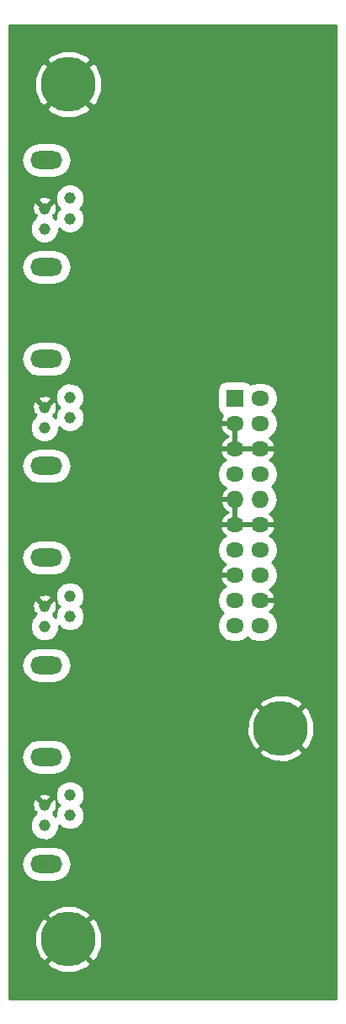
<source format=gtl>
G04 #@! TF.FileFunction,Copper,L1,Top,Signal*
%FSLAX46Y46*%
G04 Gerber Fmt 4.6, Leading zero omitted, Abs format (unit mm)*
G04 Created by KiCad (PCBNEW 4.0.4+e1-6308~48~ubuntu15.10.1-stable) date Tue Jun 20 15:04:26 2017*
%MOMM*%
%LPD*%
G01*
G04 APERTURE LIST*
%ADD10C,0.150000*%
%ADD11R,1.727200X1.727200*%
%ADD12O,1.800000X1.500000*%
%ADD13O,1.727200X1.727200*%
%ADD14C,5.500000*%
%ADD15C,1.160000*%
%ADD16O,3.200000X1.800000*%
%ADD17C,0.254000*%
G04 APERTURE END LIST*
D10*
D11*
X86671200Y-84290000D03*
D12*
X89211200Y-84290000D03*
X86671200Y-86830000D03*
X89211200Y-86830000D03*
X86671200Y-89370000D03*
X89211200Y-89370000D03*
X86671200Y-91910000D03*
X89211200Y-91910000D03*
D13*
X86671200Y-94450000D03*
X89211200Y-94450000D03*
D12*
X86671200Y-96990000D03*
X89211200Y-96990000D03*
X86671200Y-99530000D03*
X89211200Y-99530000D03*
X86671200Y-102070000D03*
X89211200Y-102070000D03*
X86671200Y-104610000D03*
X89211200Y-104610000D03*
X86671200Y-107150000D03*
X89211200Y-107150000D03*
D14*
X91287600Y-117449600D03*
X69941200Y-138694400D03*
D15*
X70081200Y-126230000D03*
X70081200Y-124190000D03*
X67531200Y-125210000D03*
X67531200Y-127250000D03*
D16*
X67731200Y-131100000D03*
X67731200Y-120340000D03*
D15*
X70081200Y-106230000D03*
X70081200Y-104190000D03*
X67531200Y-105210000D03*
X67531200Y-107250000D03*
D16*
X67731200Y-111100000D03*
X67731200Y-100340000D03*
D15*
X70081200Y-86230000D03*
X70081200Y-84190000D03*
X67531200Y-85210000D03*
X67531200Y-87250000D03*
D16*
X67731200Y-91100000D03*
X67731200Y-80340000D03*
D15*
X70081200Y-66230000D03*
X70081200Y-64190000D03*
X67531200Y-65210000D03*
X67531200Y-67250000D03*
D16*
X67731200Y-71100000D03*
X67731200Y-60340000D03*
D14*
X69941200Y-52720000D03*
D17*
G36*
X96873700Y-144626900D02*
X64008700Y-144626900D01*
X64008700Y-141110666D01*
X67704539Y-141110666D01*
X68016687Y-141559332D01*
X69259543Y-142077731D01*
X70606176Y-142081048D01*
X71851571Y-141568780D01*
X71865713Y-141559332D01*
X72177861Y-141110666D01*
X69941200Y-138874005D01*
X67704539Y-141110666D01*
X64008700Y-141110666D01*
X64008700Y-139359376D01*
X66554552Y-139359376D01*
X67066820Y-140604771D01*
X67076268Y-140618913D01*
X67524934Y-140931061D01*
X69761595Y-138694400D01*
X70120805Y-138694400D01*
X72357466Y-140931061D01*
X72806132Y-140618913D01*
X73324531Y-139376057D01*
X73327848Y-138029424D01*
X72815580Y-136784029D01*
X72806132Y-136769887D01*
X72357466Y-136457739D01*
X70120805Y-138694400D01*
X69761595Y-138694400D01*
X67524934Y-136457739D01*
X67076268Y-136769887D01*
X66557869Y-138012743D01*
X66554552Y-139359376D01*
X64008700Y-139359376D01*
X64008700Y-136278134D01*
X67704539Y-136278134D01*
X69941200Y-138514795D01*
X72177861Y-136278134D01*
X71865713Y-135829468D01*
X70622857Y-135311069D01*
X69276224Y-135307752D01*
X68030829Y-135820020D01*
X68016687Y-135829468D01*
X67704539Y-136278134D01*
X64008700Y-136278134D01*
X64008700Y-131100000D01*
X65205673Y-131100000D01*
X65340939Y-131780028D01*
X65726144Y-132356529D01*
X66302645Y-132741734D01*
X66982673Y-132877000D01*
X68479727Y-132877000D01*
X69159755Y-132741734D01*
X69736256Y-132356529D01*
X70121461Y-131780028D01*
X70256727Y-131100000D01*
X70121461Y-130419972D01*
X69736256Y-129843471D01*
X69159755Y-129458266D01*
X68479727Y-129323000D01*
X66982673Y-129323000D01*
X66302645Y-129458266D01*
X65726144Y-129843471D01*
X65340939Y-130419972D01*
X65205673Y-131100000D01*
X64008700Y-131100000D01*
X64008700Y-127538544D01*
X66073948Y-127538544D01*
X66295296Y-128074246D01*
X66704798Y-128484464D01*
X67240113Y-128706746D01*
X67819744Y-128707252D01*
X68355446Y-128485904D01*
X68765664Y-128076402D01*
X68987946Y-127541087D01*
X68988246Y-127197446D01*
X69254798Y-127464464D01*
X69790113Y-127686746D01*
X70369744Y-127687252D01*
X70905446Y-127465904D01*
X71315664Y-127056402D01*
X71537946Y-126521087D01*
X71538452Y-125941456D01*
X71317104Y-125405754D01*
X71121710Y-125210018D01*
X71315664Y-125016402D01*
X71537946Y-124481087D01*
X71538452Y-123901456D01*
X71317104Y-123365754D01*
X70907602Y-122955536D01*
X70372287Y-122733254D01*
X69792656Y-122732748D01*
X69256954Y-122954096D01*
X68846736Y-123363598D01*
X68624454Y-123898913D01*
X68623948Y-124478544D01*
X68845296Y-125014246D01*
X69040690Y-125209982D01*
X68846736Y-125403598D01*
X68624454Y-125938913D01*
X68624154Y-126282554D01*
X68415789Y-126073825D01*
X68495211Y-125994403D01*
X68379419Y-125878611D01*
X68602781Y-125831568D01*
X68759075Y-125374177D01*
X68728437Y-124891793D01*
X68602781Y-124588432D01*
X68379417Y-124541388D01*
X67710805Y-125210000D01*
X67724948Y-125224143D01*
X67545343Y-125403748D01*
X67531200Y-125389605D01*
X67517058Y-125403748D01*
X67337453Y-125224143D01*
X67351595Y-125210000D01*
X66682983Y-124541388D01*
X66459619Y-124588432D01*
X66303325Y-125045823D01*
X66333963Y-125528207D01*
X66459619Y-125831568D01*
X66682981Y-125878611D01*
X66567189Y-125994403D01*
X66646866Y-126074080D01*
X66296736Y-126423598D01*
X66074454Y-126958913D01*
X66073948Y-127538544D01*
X64008700Y-127538544D01*
X64008700Y-124361783D01*
X66862588Y-124361783D01*
X67531200Y-125030395D01*
X68199812Y-124361783D01*
X68152768Y-124138419D01*
X67695377Y-123982125D01*
X67212993Y-124012763D01*
X66909632Y-124138419D01*
X66862588Y-124361783D01*
X64008700Y-124361783D01*
X64008700Y-120340000D01*
X65205673Y-120340000D01*
X65340939Y-121020028D01*
X65726144Y-121596529D01*
X66302645Y-121981734D01*
X66982673Y-122117000D01*
X68479727Y-122117000D01*
X69159755Y-121981734D01*
X69736256Y-121596529D01*
X70121461Y-121020028D01*
X70256727Y-120340000D01*
X70162416Y-119865866D01*
X89050939Y-119865866D01*
X89363087Y-120314532D01*
X90605943Y-120832931D01*
X91952576Y-120836248D01*
X93197971Y-120323980D01*
X93212113Y-120314532D01*
X93524261Y-119865866D01*
X91287600Y-117629205D01*
X89050939Y-119865866D01*
X70162416Y-119865866D01*
X70121461Y-119659972D01*
X69736256Y-119083471D01*
X69159755Y-118698266D01*
X68479727Y-118563000D01*
X66982673Y-118563000D01*
X66302645Y-118698266D01*
X65726144Y-119083471D01*
X65340939Y-119659972D01*
X65205673Y-120340000D01*
X64008700Y-120340000D01*
X64008700Y-118114576D01*
X87900952Y-118114576D01*
X88413220Y-119359971D01*
X88422668Y-119374113D01*
X88871334Y-119686261D01*
X91107995Y-117449600D01*
X91467205Y-117449600D01*
X93703866Y-119686261D01*
X94152532Y-119374113D01*
X94670931Y-118131257D01*
X94674248Y-116784624D01*
X94161980Y-115539229D01*
X94152532Y-115525087D01*
X93703866Y-115212939D01*
X91467205Y-117449600D01*
X91107995Y-117449600D01*
X88871334Y-115212939D01*
X88422668Y-115525087D01*
X87904269Y-116767943D01*
X87900952Y-118114576D01*
X64008700Y-118114576D01*
X64008700Y-115033334D01*
X89050939Y-115033334D01*
X91287600Y-117269995D01*
X93524261Y-115033334D01*
X93212113Y-114584668D01*
X91969257Y-114066269D01*
X90622624Y-114062952D01*
X89377229Y-114575220D01*
X89363087Y-114584668D01*
X89050939Y-115033334D01*
X64008700Y-115033334D01*
X64008700Y-111100000D01*
X65205673Y-111100000D01*
X65340939Y-111780028D01*
X65726144Y-112356529D01*
X66302645Y-112741734D01*
X66982673Y-112877000D01*
X68479727Y-112877000D01*
X69159755Y-112741734D01*
X69736256Y-112356529D01*
X70121461Y-111780028D01*
X70256727Y-111100000D01*
X70121461Y-110419972D01*
X69736256Y-109843471D01*
X69159755Y-109458266D01*
X68479727Y-109323000D01*
X66982673Y-109323000D01*
X66302645Y-109458266D01*
X65726144Y-109843471D01*
X65340939Y-110419972D01*
X65205673Y-111100000D01*
X64008700Y-111100000D01*
X64008700Y-107538544D01*
X66073948Y-107538544D01*
X66295296Y-108074246D01*
X66704798Y-108484464D01*
X67240113Y-108706746D01*
X67819744Y-108707252D01*
X68355446Y-108485904D01*
X68765664Y-108076402D01*
X68987946Y-107541087D01*
X68988246Y-107197446D01*
X69254798Y-107464464D01*
X69790113Y-107686746D01*
X70369744Y-107687252D01*
X70905446Y-107465904D01*
X71315664Y-107056402D01*
X71537946Y-106521087D01*
X71538452Y-105941456D01*
X71317104Y-105405754D01*
X71121710Y-105210018D01*
X71315664Y-105016402D01*
X71537946Y-104481087D01*
X71538452Y-103901456D01*
X71317104Y-103365754D01*
X70907602Y-102955536D01*
X70372287Y-102733254D01*
X69792656Y-102732748D01*
X69256954Y-102954096D01*
X68846736Y-103363598D01*
X68624454Y-103898913D01*
X68623948Y-104478544D01*
X68845296Y-105014246D01*
X69040690Y-105209982D01*
X68846736Y-105403598D01*
X68624454Y-105938913D01*
X68624154Y-106282554D01*
X68415789Y-106073825D01*
X68495211Y-105994403D01*
X68379419Y-105878611D01*
X68602781Y-105831568D01*
X68759075Y-105374177D01*
X68728437Y-104891793D01*
X68602781Y-104588432D01*
X68379417Y-104541388D01*
X67710805Y-105210000D01*
X67724948Y-105224143D01*
X67545343Y-105403748D01*
X67531200Y-105389605D01*
X67517058Y-105403748D01*
X67337453Y-105224143D01*
X67351595Y-105210000D01*
X66682983Y-104541388D01*
X66459619Y-104588432D01*
X66303325Y-105045823D01*
X66333963Y-105528207D01*
X66459619Y-105831568D01*
X66682981Y-105878611D01*
X66567189Y-105994403D01*
X66646866Y-106074080D01*
X66296736Y-106423598D01*
X66074454Y-106958913D01*
X66073948Y-107538544D01*
X64008700Y-107538544D01*
X64008700Y-104361783D01*
X66862588Y-104361783D01*
X67531200Y-105030395D01*
X68199812Y-104361783D01*
X68152768Y-104138419D01*
X67695377Y-103982125D01*
X67212993Y-104012763D01*
X66909632Y-104138419D01*
X66862588Y-104361783D01*
X64008700Y-104361783D01*
X64008700Y-100340000D01*
X65205673Y-100340000D01*
X65340939Y-101020028D01*
X65726144Y-101596529D01*
X66302645Y-101981734D01*
X66982673Y-102117000D01*
X68479727Y-102117000D01*
X69159755Y-101981734D01*
X69736256Y-101596529D01*
X70121461Y-101020028D01*
X70256727Y-100340000D01*
X70121461Y-99659972D01*
X70034617Y-99530000D01*
X84859387Y-99530000D01*
X84983235Y-100152626D01*
X85335924Y-100680463D01*
X85736293Y-100947981D01*
X85413380Y-101236692D01*
X85178882Y-101728815D01*
X85301544Y-101943000D01*
X86544200Y-101943000D01*
X86544200Y-101923000D01*
X86798200Y-101923000D01*
X86798200Y-101943000D01*
X86818200Y-101943000D01*
X86818200Y-102197000D01*
X86798200Y-102197000D01*
X86798200Y-102217000D01*
X86544200Y-102217000D01*
X86544200Y-102197000D01*
X85301544Y-102197000D01*
X85178882Y-102411185D01*
X85413380Y-102903308D01*
X85736293Y-103192019D01*
X85335924Y-103459537D01*
X84983235Y-103987374D01*
X84859387Y-104610000D01*
X84983235Y-105232626D01*
X85335924Y-105760463D01*
X85514824Y-105880000D01*
X85335924Y-105999537D01*
X84983235Y-106527374D01*
X84859387Y-107150000D01*
X84983235Y-107772626D01*
X85335924Y-108300463D01*
X85863761Y-108653152D01*
X86486387Y-108777000D01*
X86856013Y-108777000D01*
X87478639Y-108653152D01*
X87941200Y-108344079D01*
X88403761Y-108653152D01*
X89026387Y-108777000D01*
X89396013Y-108777000D01*
X90018639Y-108653152D01*
X90546476Y-108300463D01*
X90899165Y-107772626D01*
X91023013Y-107150000D01*
X90899165Y-106527374D01*
X90546476Y-105999537D01*
X90146107Y-105732019D01*
X90469020Y-105443308D01*
X90703518Y-104951185D01*
X90580856Y-104737000D01*
X89338200Y-104737000D01*
X89338200Y-104757000D01*
X89084200Y-104757000D01*
X89084200Y-104737000D01*
X89064200Y-104737000D01*
X89064200Y-104483000D01*
X89084200Y-104483000D01*
X89084200Y-104463000D01*
X89338200Y-104463000D01*
X89338200Y-104483000D01*
X90580856Y-104483000D01*
X90703518Y-104268815D01*
X90469020Y-103776692D01*
X90146107Y-103487981D01*
X90546476Y-103220463D01*
X90899165Y-102692626D01*
X91023013Y-102070000D01*
X90899165Y-101447374D01*
X90546476Y-100919537D01*
X90367576Y-100800000D01*
X90546476Y-100680463D01*
X90899165Y-100152626D01*
X91023013Y-99530000D01*
X90899165Y-98907374D01*
X90546476Y-98379537D01*
X90146107Y-98112019D01*
X90469020Y-97823308D01*
X90703518Y-97331185D01*
X90580856Y-97117000D01*
X89338200Y-97117000D01*
X89338200Y-97137000D01*
X89084200Y-97137000D01*
X89084200Y-97117000D01*
X86798200Y-97117000D01*
X86798200Y-97137000D01*
X86544200Y-97137000D01*
X86544200Y-97117000D01*
X85301544Y-97117000D01*
X85178882Y-97331185D01*
X85413380Y-97823308D01*
X85736293Y-98112019D01*
X85335924Y-98379537D01*
X84983235Y-98907374D01*
X84859387Y-99530000D01*
X70034617Y-99530000D01*
X69736256Y-99083471D01*
X69159755Y-98698266D01*
X68479727Y-98563000D01*
X66982673Y-98563000D01*
X66302645Y-98698266D01*
X65726144Y-99083471D01*
X65340939Y-99659972D01*
X65205673Y-100340000D01*
X64008700Y-100340000D01*
X64008700Y-96648815D01*
X85178882Y-96648815D01*
X85301544Y-96863000D01*
X86544200Y-96863000D01*
X86544200Y-94577000D01*
X85337383Y-94577000D01*
X85216242Y-94809026D01*
X85388512Y-95224947D01*
X85782710Y-95656821D01*
X85967389Y-95743376D01*
X85816601Y-95796179D01*
X85413380Y-96156692D01*
X85178882Y-96648815D01*
X64008700Y-96648815D01*
X64008700Y-91100000D01*
X65205673Y-91100000D01*
X65340939Y-91780028D01*
X65726144Y-92356529D01*
X66302645Y-92741734D01*
X66982673Y-92877000D01*
X68479727Y-92877000D01*
X69159755Y-92741734D01*
X69736256Y-92356529D01*
X70034616Y-91910000D01*
X84859387Y-91910000D01*
X84983235Y-92532626D01*
X85335924Y-93060463D01*
X85717045Y-93315120D01*
X85388512Y-93675053D01*
X85216242Y-94090974D01*
X85337383Y-94323000D01*
X86544200Y-94323000D01*
X86544200Y-94303000D01*
X86798200Y-94303000D01*
X86798200Y-94323000D01*
X86818200Y-94323000D01*
X86818200Y-94577000D01*
X86798200Y-94577000D01*
X86798200Y-96863000D01*
X89084200Y-96863000D01*
X89084200Y-96843000D01*
X89338200Y-96843000D01*
X89338200Y-96863000D01*
X90580856Y-96863000D01*
X90703518Y-96648815D01*
X90469020Y-96156692D01*
X90167420Y-95887037D01*
X90476090Y-95680790D01*
X90853405Y-95116099D01*
X90985900Y-94450000D01*
X90853405Y-93783901D01*
X90476090Y-93219210D01*
X90392492Y-93163352D01*
X90546476Y-93060463D01*
X90899165Y-92532626D01*
X91023013Y-91910000D01*
X90899165Y-91287374D01*
X90546476Y-90759537D01*
X90146107Y-90492019D01*
X90469020Y-90203308D01*
X90703518Y-89711185D01*
X90580856Y-89497000D01*
X89338200Y-89497000D01*
X89338200Y-89517000D01*
X89084200Y-89517000D01*
X89084200Y-89497000D01*
X86798200Y-89497000D01*
X86798200Y-89517000D01*
X86544200Y-89517000D01*
X86544200Y-89497000D01*
X85301544Y-89497000D01*
X85178882Y-89711185D01*
X85413380Y-90203308D01*
X85736293Y-90492019D01*
X85335924Y-90759537D01*
X84983235Y-91287374D01*
X84859387Y-91910000D01*
X70034616Y-91910000D01*
X70121461Y-91780028D01*
X70256727Y-91100000D01*
X70121461Y-90419972D01*
X69736256Y-89843471D01*
X69159755Y-89458266D01*
X68479727Y-89323000D01*
X66982673Y-89323000D01*
X66302645Y-89458266D01*
X65726144Y-89843471D01*
X65340939Y-90419972D01*
X65205673Y-91100000D01*
X64008700Y-91100000D01*
X64008700Y-87538544D01*
X66073948Y-87538544D01*
X66295296Y-88074246D01*
X66704798Y-88484464D01*
X67240113Y-88706746D01*
X67819744Y-88707252D01*
X68355446Y-88485904D01*
X68765664Y-88076402D01*
X68987946Y-87541087D01*
X68988246Y-87197446D01*
X69254798Y-87464464D01*
X69790113Y-87686746D01*
X70369744Y-87687252D01*
X70905446Y-87465904D01*
X71200680Y-87171185D01*
X85178882Y-87171185D01*
X85413380Y-87663308D01*
X85816601Y-88023821D01*
X86034143Y-88100000D01*
X85816601Y-88176179D01*
X85413380Y-88536692D01*
X85178882Y-89028815D01*
X85301544Y-89243000D01*
X86544200Y-89243000D01*
X86544200Y-88142698D01*
X86480393Y-88100000D01*
X86544200Y-88057302D01*
X86544200Y-86957000D01*
X85301544Y-86957000D01*
X85178882Y-87171185D01*
X71200680Y-87171185D01*
X71315664Y-87056402D01*
X71537946Y-86521087D01*
X71538452Y-85941456D01*
X71317104Y-85405754D01*
X71121710Y-85210018D01*
X71315664Y-85016402D01*
X71537946Y-84481087D01*
X71538452Y-83901456D01*
X71342163Y-83426400D01*
X84913419Y-83426400D01*
X84913419Y-85153600D01*
X84974571Y-85478597D01*
X85166644Y-85777086D01*
X85445724Y-85967773D01*
X85413380Y-85996692D01*
X85178882Y-86488815D01*
X85301544Y-86703000D01*
X86544200Y-86703000D01*
X86544200Y-86683000D01*
X86798200Y-86683000D01*
X86798200Y-86703000D01*
X86818200Y-86703000D01*
X86818200Y-86957000D01*
X86798200Y-86957000D01*
X86798200Y-88057302D01*
X86862007Y-88100000D01*
X86798200Y-88142698D01*
X86798200Y-89243000D01*
X89084200Y-89243000D01*
X89084200Y-89223000D01*
X89338200Y-89223000D01*
X89338200Y-89243000D01*
X90580856Y-89243000D01*
X90703518Y-89028815D01*
X90469020Y-88536692D01*
X90146107Y-88247981D01*
X90546476Y-87980463D01*
X90899165Y-87452626D01*
X91023013Y-86830000D01*
X90899165Y-86207374D01*
X90546476Y-85679537D01*
X90367576Y-85560000D01*
X90546476Y-85440463D01*
X90899165Y-84912626D01*
X91023013Y-84290000D01*
X90899165Y-83667374D01*
X90546476Y-83139537D01*
X90018639Y-82786848D01*
X89396013Y-82663000D01*
X89026387Y-82663000D01*
X88403761Y-82786848D01*
X88237083Y-82898219D01*
X88175756Y-82802914D01*
X87882686Y-82602668D01*
X87534800Y-82532219D01*
X85807600Y-82532219D01*
X85482603Y-82593371D01*
X85184114Y-82785444D01*
X84983868Y-83078514D01*
X84913419Y-83426400D01*
X71342163Y-83426400D01*
X71317104Y-83365754D01*
X70907602Y-82955536D01*
X70372287Y-82733254D01*
X69792656Y-82732748D01*
X69256954Y-82954096D01*
X68846736Y-83363598D01*
X68624454Y-83898913D01*
X68623948Y-84478544D01*
X68845296Y-85014246D01*
X69040690Y-85209982D01*
X68846736Y-85403598D01*
X68624454Y-85938913D01*
X68624154Y-86282554D01*
X68415789Y-86073825D01*
X68495211Y-85994403D01*
X68379419Y-85878611D01*
X68602781Y-85831568D01*
X68759075Y-85374177D01*
X68728437Y-84891793D01*
X68602781Y-84588432D01*
X68379417Y-84541388D01*
X67710805Y-85210000D01*
X67724948Y-85224143D01*
X67545343Y-85403748D01*
X67531200Y-85389605D01*
X67517058Y-85403748D01*
X67337453Y-85224143D01*
X67351595Y-85210000D01*
X66682983Y-84541388D01*
X66459619Y-84588432D01*
X66303325Y-85045823D01*
X66333963Y-85528207D01*
X66459619Y-85831568D01*
X66682981Y-85878611D01*
X66567189Y-85994403D01*
X66646866Y-86074080D01*
X66296736Y-86423598D01*
X66074454Y-86958913D01*
X66073948Y-87538544D01*
X64008700Y-87538544D01*
X64008700Y-84361783D01*
X66862588Y-84361783D01*
X67531200Y-85030395D01*
X68199812Y-84361783D01*
X68152768Y-84138419D01*
X67695377Y-83982125D01*
X67212993Y-84012763D01*
X66909632Y-84138419D01*
X66862588Y-84361783D01*
X64008700Y-84361783D01*
X64008700Y-80340000D01*
X65205673Y-80340000D01*
X65340939Y-81020028D01*
X65726144Y-81596529D01*
X66302645Y-81981734D01*
X66982673Y-82117000D01*
X68479727Y-82117000D01*
X69159755Y-81981734D01*
X69736256Y-81596529D01*
X70121461Y-81020028D01*
X70256727Y-80340000D01*
X70121461Y-79659972D01*
X69736256Y-79083471D01*
X69159755Y-78698266D01*
X68479727Y-78563000D01*
X66982673Y-78563000D01*
X66302645Y-78698266D01*
X65726144Y-79083471D01*
X65340939Y-79659972D01*
X65205673Y-80340000D01*
X64008700Y-80340000D01*
X64008700Y-71100000D01*
X65205673Y-71100000D01*
X65340939Y-71780028D01*
X65726144Y-72356529D01*
X66302645Y-72741734D01*
X66982673Y-72877000D01*
X68479727Y-72877000D01*
X69159755Y-72741734D01*
X69736256Y-72356529D01*
X70121461Y-71780028D01*
X70256727Y-71100000D01*
X70121461Y-70419972D01*
X69736256Y-69843471D01*
X69159755Y-69458266D01*
X68479727Y-69323000D01*
X66982673Y-69323000D01*
X66302645Y-69458266D01*
X65726144Y-69843471D01*
X65340939Y-70419972D01*
X65205673Y-71100000D01*
X64008700Y-71100000D01*
X64008700Y-67538544D01*
X66073948Y-67538544D01*
X66295296Y-68074246D01*
X66704798Y-68484464D01*
X67240113Y-68706746D01*
X67819744Y-68707252D01*
X68355446Y-68485904D01*
X68765664Y-68076402D01*
X68987946Y-67541087D01*
X68988246Y-67197446D01*
X69254798Y-67464464D01*
X69790113Y-67686746D01*
X70369744Y-67687252D01*
X70905446Y-67465904D01*
X71315664Y-67056402D01*
X71537946Y-66521087D01*
X71538452Y-65941456D01*
X71317104Y-65405754D01*
X71121710Y-65210018D01*
X71315664Y-65016402D01*
X71537946Y-64481087D01*
X71538452Y-63901456D01*
X71317104Y-63365754D01*
X70907602Y-62955536D01*
X70372287Y-62733254D01*
X69792656Y-62732748D01*
X69256954Y-62954096D01*
X68846736Y-63363598D01*
X68624454Y-63898913D01*
X68623948Y-64478544D01*
X68845296Y-65014246D01*
X69040690Y-65209982D01*
X68846736Y-65403598D01*
X68624454Y-65938913D01*
X68624154Y-66282554D01*
X68415789Y-66073825D01*
X68495211Y-65994403D01*
X68379419Y-65878611D01*
X68602781Y-65831568D01*
X68759075Y-65374177D01*
X68728437Y-64891793D01*
X68602781Y-64588432D01*
X68379417Y-64541388D01*
X67710805Y-65210000D01*
X67724948Y-65224143D01*
X67545343Y-65403748D01*
X67531200Y-65389605D01*
X67517058Y-65403748D01*
X67337453Y-65224143D01*
X67351595Y-65210000D01*
X66682983Y-64541388D01*
X66459619Y-64588432D01*
X66303325Y-65045823D01*
X66333963Y-65528207D01*
X66459619Y-65831568D01*
X66682981Y-65878611D01*
X66567189Y-65994403D01*
X66646866Y-66074080D01*
X66296736Y-66423598D01*
X66074454Y-66958913D01*
X66073948Y-67538544D01*
X64008700Y-67538544D01*
X64008700Y-64361783D01*
X66862588Y-64361783D01*
X67531200Y-65030395D01*
X68199812Y-64361783D01*
X68152768Y-64138419D01*
X67695377Y-63982125D01*
X67212993Y-64012763D01*
X66909632Y-64138419D01*
X66862588Y-64361783D01*
X64008700Y-64361783D01*
X64008700Y-60340000D01*
X65205673Y-60340000D01*
X65340939Y-61020028D01*
X65726144Y-61596529D01*
X66302645Y-61981734D01*
X66982673Y-62117000D01*
X68479727Y-62117000D01*
X69159755Y-61981734D01*
X69736256Y-61596529D01*
X70121461Y-61020028D01*
X70256727Y-60340000D01*
X70121461Y-59659972D01*
X69736256Y-59083471D01*
X69159755Y-58698266D01*
X68479727Y-58563000D01*
X66982673Y-58563000D01*
X66302645Y-58698266D01*
X65726144Y-59083471D01*
X65340939Y-59659972D01*
X65205673Y-60340000D01*
X64008700Y-60340000D01*
X64008700Y-55136266D01*
X67704539Y-55136266D01*
X68016687Y-55584932D01*
X69259543Y-56103331D01*
X70606176Y-56106648D01*
X71851571Y-55594380D01*
X71865713Y-55584932D01*
X72177861Y-55136266D01*
X69941200Y-52899605D01*
X67704539Y-55136266D01*
X64008700Y-55136266D01*
X64008700Y-53384976D01*
X66554552Y-53384976D01*
X67066820Y-54630371D01*
X67076268Y-54644513D01*
X67524934Y-54956661D01*
X69761595Y-52720000D01*
X70120805Y-52720000D01*
X72357466Y-54956661D01*
X72806132Y-54644513D01*
X73324531Y-53401657D01*
X73327848Y-52055024D01*
X72815580Y-50809629D01*
X72806132Y-50795487D01*
X72357466Y-50483339D01*
X70120805Y-52720000D01*
X69761595Y-52720000D01*
X67524934Y-50483339D01*
X67076268Y-50795487D01*
X66557869Y-52038343D01*
X66554552Y-53384976D01*
X64008700Y-53384976D01*
X64008700Y-50303734D01*
X67704539Y-50303734D01*
X69941200Y-52540395D01*
X72177861Y-50303734D01*
X71865713Y-49855068D01*
X70622857Y-49336669D01*
X69276224Y-49333352D01*
X68030829Y-49845620D01*
X68016687Y-49855068D01*
X67704539Y-50303734D01*
X64008700Y-50303734D01*
X64008700Y-46787500D01*
X96873700Y-46787500D01*
X96873700Y-144626900D01*
X96873700Y-144626900D01*
G37*
X96873700Y-144626900D02*
X64008700Y-144626900D01*
X64008700Y-141110666D01*
X67704539Y-141110666D01*
X68016687Y-141559332D01*
X69259543Y-142077731D01*
X70606176Y-142081048D01*
X71851571Y-141568780D01*
X71865713Y-141559332D01*
X72177861Y-141110666D01*
X69941200Y-138874005D01*
X67704539Y-141110666D01*
X64008700Y-141110666D01*
X64008700Y-139359376D01*
X66554552Y-139359376D01*
X67066820Y-140604771D01*
X67076268Y-140618913D01*
X67524934Y-140931061D01*
X69761595Y-138694400D01*
X70120805Y-138694400D01*
X72357466Y-140931061D01*
X72806132Y-140618913D01*
X73324531Y-139376057D01*
X73327848Y-138029424D01*
X72815580Y-136784029D01*
X72806132Y-136769887D01*
X72357466Y-136457739D01*
X70120805Y-138694400D01*
X69761595Y-138694400D01*
X67524934Y-136457739D01*
X67076268Y-136769887D01*
X66557869Y-138012743D01*
X66554552Y-139359376D01*
X64008700Y-139359376D01*
X64008700Y-136278134D01*
X67704539Y-136278134D01*
X69941200Y-138514795D01*
X72177861Y-136278134D01*
X71865713Y-135829468D01*
X70622857Y-135311069D01*
X69276224Y-135307752D01*
X68030829Y-135820020D01*
X68016687Y-135829468D01*
X67704539Y-136278134D01*
X64008700Y-136278134D01*
X64008700Y-131100000D01*
X65205673Y-131100000D01*
X65340939Y-131780028D01*
X65726144Y-132356529D01*
X66302645Y-132741734D01*
X66982673Y-132877000D01*
X68479727Y-132877000D01*
X69159755Y-132741734D01*
X69736256Y-132356529D01*
X70121461Y-131780028D01*
X70256727Y-131100000D01*
X70121461Y-130419972D01*
X69736256Y-129843471D01*
X69159755Y-129458266D01*
X68479727Y-129323000D01*
X66982673Y-129323000D01*
X66302645Y-129458266D01*
X65726144Y-129843471D01*
X65340939Y-130419972D01*
X65205673Y-131100000D01*
X64008700Y-131100000D01*
X64008700Y-127538544D01*
X66073948Y-127538544D01*
X66295296Y-128074246D01*
X66704798Y-128484464D01*
X67240113Y-128706746D01*
X67819744Y-128707252D01*
X68355446Y-128485904D01*
X68765664Y-128076402D01*
X68987946Y-127541087D01*
X68988246Y-127197446D01*
X69254798Y-127464464D01*
X69790113Y-127686746D01*
X70369744Y-127687252D01*
X70905446Y-127465904D01*
X71315664Y-127056402D01*
X71537946Y-126521087D01*
X71538452Y-125941456D01*
X71317104Y-125405754D01*
X71121710Y-125210018D01*
X71315664Y-125016402D01*
X71537946Y-124481087D01*
X71538452Y-123901456D01*
X71317104Y-123365754D01*
X70907602Y-122955536D01*
X70372287Y-122733254D01*
X69792656Y-122732748D01*
X69256954Y-122954096D01*
X68846736Y-123363598D01*
X68624454Y-123898913D01*
X68623948Y-124478544D01*
X68845296Y-125014246D01*
X69040690Y-125209982D01*
X68846736Y-125403598D01*
X68624454Y-125938913D01*
X68624154Y-126282554D01*
X68415789Y-126073825D01*
X68495211Y-125994403D01*
X68379419Y-125878611D01*
X68602781Y-125831568D01*
X68759075Y-125374177D01*
X68728437Y-124891793D01*
X68602781Y-124588432D01*
X68379417Y-124541388D01*
X67710805Y-125210000D01*
X67724948Y-125224143D01*
X67545343Y-125403748D01*
X67531200Y-125389605D01*
X67517058Y-125403748D01*
X67337453Y-125224143D01*
X67351595Y-125210000D01*
X66682983Y-124541388D01*
X66459619Y-124588432D01*
X66303325Y-125045823D01*
X66333963Y-125528207D01*
X66459619Y-125831568D01*
X66682981Y-125878611D01*
X66567189Y-125994403D01*
X66646866Y-126074080D01*
X66296736Y-126423598D01*
X66074454Y-126958913D01*
X66073948Y-127538544D01*
X64008700Y-127538544D01*
X64008700Y-124361783D01*
X66862588Y-124361783D01*
X67531200Y-125030395D01*
X68199812Y-124361783D01*
X68152768Y-124138419D01*
X67695377Y-123982125D01*
X67212993Y-124012763D01*
X66909632Y-124138419D01*
X66862588Y-124361783D01*
X64008700Y-124361783D01*
X64008700Y-120340000D01*
X65205673Y-120340000D01*
X65340939Y-121020028D01*
X65726144Y-121596529D01*
X66302645Y-121981734D01*
X66982673Y-122117000D01*
X68479727Y-122117000D01*
X69159755Y-121981734D01*
X69736256Y-121596529D01*
X70121461Y-121020028D01*
X70256727Y-120340000D01*
X70162416Y-119865866D01*
X89050939Y-119865866D01*
X89363087Y-120314532D01*
X90605943Y-120832931D01*
X91952576Y-120836248D01*
X93197971Y-120323980D01*
X93212113Y-120314532D01*
X93524261Y-119865866D01*
X91287600Y-117629205D01*
X89050939Y-119865866D01*
X70162416Y-119865866D01*
X70121461Y-119659972D01*
X69736256Y-119083471D01*
X69159755Y-118698266D01*
X68479727Y-118563000D01*
X66982673Y-118563000D01*
X66302645Y-118698266D01*
X65726144Y-119083471D01*
X65340939Y-119659972D01*
X65205673Y-120340000D01*
X64008700Y-120340000D01*
X64008700Y-118114576D01*
X87900952Y-118114576D01*
X88413220Y-119359971D01*
X88422668Y-119374113D01*
X88871334Y-119686261D01*
X91107995Y-117449600D01*
X91467205Y-117449600D01*
X93703866Y-119686261D01*
X94152532Y-119374113D01*
X94670931Y-118131257D01*
X94674248Y-116784624D01*
X94161980Y-115539229D01*
X94152532Y-115525087D01*
X93703866Y-115212939D01*
X91467205Y-117449600D01*
X91107995Y-117449600D01*
X88871334Y-115212939D01*
X88422668Y-115525087D01*
X87904269Y-116767943D01*
X87900952Y-118114576D01*
X64008700Y-118114576D01*
X64008700Y-115033334D01*
X89050939Y-115033334D01*
X91287600Y-117269995D01*
X93524261Y-115033334D01*
X93212113Y-114584668D01*
X91969257Y-114066269D01*
X90622624Y-114062952D01*
X89377229Y-114575220D01*
X89363087Y-114584668D01*
X89050939Y-115033334D01*
X64008700Y-115033334D01*
X64008700Y-111100000D01*
X65205673Y-111100000D01*
X65340939Y-111780028D01*
X65726144Y-112356529D01*
X66302645Y-112741734D01*
X66982673Y-112877000D01*
X68479727Y-112877000D01*
X69159755Y-112741734D01*
X69736256Y-112356529D01*
X70121461Y-111780028D01*
X70256727Y-111100000D01*
X70121461Y-110419972D01*
X69736256Y-109843471D01*
X69159755Y-109458266D01*
X68479727Y-109323000D01*
X66982673Y-109323000D01*
X66302645Y-109458266D01*
X65726144Y-109843471D01*
X65340939Y-110419972D01*
X65205673Y-111100000D01*
X64008700Y-111100000D01*
X64008700Y-107538544D01*
X66073948Y-107538544D01*
X66295296Y-108074246D01*
X66704798Y-108484464D01*
X67240113Y-108706746D01*
X67819744Y-108707252D01*
X68355446Y-108485904D01*
X68765664Y-108076402D01*
X68987946Y-107541087D01*
X68988246Y-107197446D01*
X69254798Y-107464464D01*
X69790113Y-107686746D01*
X70369744Y-107687252D01*
X70905446Y-107465904D01*
X71315664Y-107056402D01*
X71537946Y-106521087D01*
X71538452Y-105941456D01*
X71317104Y-105405754D01*
X71121710Y-105210018D01*
X71315664Y-105016402D01*
X71537946Y-104481087D01*
X71538452Y-103901456D01*
X71317104Y-103365754D01*
X70907602Y-102955536D01*
X70372287Y-102733254D01*
X69792656Y-102732748D01*
X69256954Y-102954096D01*
X68846736Y-103363598D01*
X68624454Y-103898913D01*
X68623948Y-104478544D01*
X68845296Y-105014246D01*
X69040690Y-105209982D01*
X68846736Y-105403598D01*
X68624454Y-105938913D01*
X68624154Y-106282554D01*
X68415789Y-106073825D01*
X68495211Y-105994403D01*
X68379419Y-105878611D01*
X68602781Y-105831568D01*
X68759075Y-105374177D01*
X68728437Y-104891793D01*
X68602781Y-104588432D01*
X68379417Y-104541388D01*
X67710805Y-105210000D01*
X67724948Y-105224143D01*
X67545343Y-105403748D01*
X67531200Y-105389605D01*
X67517058Y-105403748D01*
X67337453Y-105224143D01*
X67351595Y-105210000D01*
X66682983Y-104541388D01*
X66459619Y-104588432D01*
X66303325Y-105045823D01*
X66333963Y-105528207D01*
X66459619Y-105831568D01*
X66682981Y-105878611D01*
X66567189Y-105994403D01*
X66646866Y-106074080D01*
X66296736Y-106423598D01*
X66074454Y-106958913D01*
X66073948Y-107538544D01*
X64008700Y-107538544D01*
X64008700Y-104361783D01*
X66862588Y-104361783D01*
X67531200Y-105030395D01*
X68199812Y-104361783D01*
X68152768Y-104138419D01*
X67695377Y-103982125D01*
X67212993Y-104012763D01*
X66909632Y-104138419D01*
X66862588Y-104361783D01*
X64008700Y-104361783D01*
X64008700Y-100340000D01*
X65205673Y-100340000D01*
X65340939Y-101020028D01*
X65726144Y-101596529D01*
X66302645Y-101981734D01*
X66982673Y-102117000D01*
X68479727Y-102117000D01*
X69159755Y-101981734D01*
X69736256Y-101596529D01*
X70121461Y-101020028D01*
X70256727Y-100340000D01*
X70121461Y-99659972D01*
X70034617Y-99530000D01*
X84859387Y-99530000D01*
X84983235Y-100152626D01*
X85335924Y-100680463D01*
X85736293Y-100947981D01*
X85413380Y-101236692D01*
X85178882Y-101728815D01*
X85301544Y-101943000D01*
X86544200Y-101943000D01*
X86544200Y-101923000D01*
X86798200Y-101923000D01*
X86798200Y-101943000D01*
X86818200Y-101943000D01*
X86818200Y-102197000D01*
X86798200Y-102197000D01*
X86798200Y-102217000D01*
X86544200Y-102217000D01*
X86544200Y-102197000D01*
X85301544Y-102197000D01*
X85178882Y-102411185D01*
X85413380Y-102903308D01*
X85736293Y-103192019D01*
X85335924Y-103459537D01*
X84983235Y-103987374D01*
X84859387Y-104610000D01*
X84983235Y-105232626D01*
X85335924Y-105760463D01*
X85514824Y-105880000D01*
X85335924Y-105999537D01*
X84983235Y-106527374D01*
X84859387Y-107150000D01*
X84983235Y-107772626D01*
X85335924Y-108300463D01*
X85863761Y-108653152D01*
X86486387Y-108777000D01*
X86856013Y-108777000D01*
X87478639Y-108653152D01*
X87941200Y-108344079D01*
X88403761Y-108653152D01*
X89026387Y-108777000D01*
X89396013Y-108777000D01*
X90018639Y-108653152D01*
X90546476Y-108300463D01*
X90899165Y-107772626D01*
X91023013Y-107150000D01*
X90899165Y-106527374D01*
X90546476Y-105999537D01*
X90146107Y-105732019D01*
X90469020Y-105443308D01*
X90703518Y-104951185D01*
X90580856Y-104737000D01*
X89338200Y-104737000D01*
X89338200Y-104757000D01*
X89084200Y-104757000D01*
X89084200Y-104737000D01*
X89064200Y-104737000D01*
X89064200Y-104483000D01*
X89084200Y-104483000D01*
X89084200Y-104463000D01*
X89338200Y-104463000D01*
X89338200Y-104483000D01*
X90580856Y-104483000D01*
X90703518Y-104268815D01*
X90469020Y-103776692D01*
X90146107Y-103487981D01*
X90546476Y-103220463D01*
X90899165Y-102692626D01*
X91023013Y-102070000D01*
X90899165Y-101447374D01*
X90546476Y-100919537D01*
X90367576Y-100800000D01*
X90546476Y-100680463D01*
X90899165Y-100152626D01*
X91023013Y-99530000D01*
X90899165Y-98907374D01*
X90546476Y-98379537D01*
X90146107Y-98112019D01*
X90469020Y-97823308D01*
X90703518Y-97331185D01*
X90580856Y-97117000D01*
X89338200Y-97117000D01*
X89338200Y-97137000D01*
X89084200Y-97137000D01*
X89084200Y-97117000D01*
X86798200Y-97117000D01*
X86798200Y-97137000D01*
X86544200Y-97137000D01*
X86544200Y-97117000D01*
X85301544Y-97117000D01*
X85178882Y-97331185D01*
X85413380Y-97823308D01*
X85736293Y-98112019D01*
X85335924Y-98379537D01*
X84983235Y-98907374D01*
X84859387Y-99530000D01*
X70034617Y-99530000D01*
X69736256Y-99083471D01*
X69159755Y-98698266D01*
X68479727Y-98563000D01*
X66982673Y-98563000D01*
X66302645Y-98698266D01*
X65726144Y-99083471D01*
X65340939Y-99659972D01*
X65205673Y-100340000D01*
X64008700Y-100340000D01*
X64008700Y-96648815D01*
X85178882Y-96648815D01*
X85301544Y-96863000D01*
X86544200Y-96863000D01*
X86544200Y-94577000D01*
X85337383Y-94577000D01*
X85216242Y-94809026D01*
X85388512Y-95224947D01*
X85782710Y-95656821D01*
X85967389Y-95743376D01*
X85816601Y-95796179D01*
X85413380Y-96156692D01*
X85178882Y-96648815D01*
X64008700Y-96648815D01*
X64008700Y-91100000D01*
X65205673Y-91100000D01*
X65340939Y-91780028D01*
X65726144Y-92356529D01*
X66302645Y-92741734D01*
X66982673Y-92877000D01*
X68479727Y-92877000D01*
X69159755Y-92741734D01*
X69736256Y-92356529D01*
X70034616Y-91910000D01*
X84859387Y-91910000D01*
X84983235Y-92532626D01*
X85335924Y-93060463D01*
X85717045Y-93315120D01*
X85388512Y-93675053D01*
X85216242Y-94090974D01*
X85337383Y-94323000D01*
X86544200Y-94323000D01*
X86544200Y-94303000D01*
X86798200Y-94303000D01*
X86798200Y-94323000D01*
X86818200Y-94323000D01*
X86818200Y-94577000D01*
X86798200Y-94577000D01*
X86798200Y-96863000D01*
X89084200Y-96863000D01*
X89084200Y-96843000D01*
X89338200Y-96843000D01*
X89338200Y-96863000D01*
X90580856Y-96863000D01*
X90703518Y-96648815D01*
X90469020Y-96156692D01*
X90167420Y-95887037D01*
X90476090Y-95680790D01*
X90853405Y-95116099D01*
X90985900Y-94450000D01*
X90853405Y-93783901D01*
X90476090Y-93219210D01*
X90392492Y-93163352D01*
X90546476Y-93060463D01*
X90899165Y-92532626D01*
X91023013Y-91910000D01*
X90899165Y-91287374D01*
X90546476Y-90759537D01*
X90146107Y-90492019D01*
X90469020Y-90203308D01*
X90703518Y-89711185D01*
X90580856Y-89497000D01*
X89338200Y-89497000D01*
X89338200Y-89517000D01*
X89084200Y-89517000D01*
X89084200Y-89497000D01*
X86798200Y-89497000D01*
X86798200Y-89517000D01*
X86544200Y-89517000D01*
X86544200Y-89497000D01*
X85301544Y-89497000D01*
X85178882Y-89711185D01*
X85413380Y-90203308D01*
X85736293Y-90492019D01*
X85335924Y-90759537D01*
X84983235Y-91287374D01*
X84859387Y-91910000D01*
X70034616Y-91910000D01*
X70121461Y-91780028D01*
X70256727Y-91100000D01*
X70121461Y-90419972D01*
X69736256Y-89843471D01*
X69159755Y-89458266D01*
X68479727Y-89323000D01*
X66982673Y-89323000D01*
X66302645Y-89458266D01*
X65726144Y-89843471D01*
X65340939Y-90419972D01*
X65205673Y-91100000D01*
X64008700Y-91100000D01*
X64008700Y-87538544D01*
X66073948Y-87538544D01*
X66295296Y-88074246D01*
X66704798Y-88484464D01*
X67240113Y-88706746D01*
X67819744Y-88707252D01*
X68355446Y-88485904D01*
X68765664Y-88076402D01*
X68987946Y-87541087D01*
X68988246Y-87197446D01*
X69254798Y-87464464D01*
X69790113Y-87686746D01*
X70369744Y-87687252D01*
X70905446Y-87465904D01*
X71200680Y-87171185D01*
X85178882Y-87171185D01*
X85413380Y-87663308D01*
X85816601Y-88023821D01*
X86034143Y-88100000D01*
X85816601Y-88176179D01*
X85413380Y-88536692D01*
X85178882Y-89028815D01*
X85301544Y-89243000D01*
X86544200Y-89243000D01*
X86544200Y-88142698D01*
X86480393Y-88100000D01*
X86544200Y-88057302D01*
X86544200Y-86957000D01*
X85301544Y-86957000D01*
X85178882Y-87171185D01*
X71200680Y-87171185D01*
X71315664Y-87056402D01*
X71537946Y-86521087D01*
X71538452Y-85941456D01*
X71317104Y-85405754D01*
X71121710Y-85210018D01*
X71315664Y-85016402D01*
X71537946Y-84481087D01*
X71538452Y-83901456D01*
X71342163Y-83426400D01*
X84913419Y-83426400D01*
X84913419Y-85153600D01*
X84974571Y-85478597D01*
X85166644Y-85777086D01*
X85445724Y-85967773D01*
X85413380Y-85996692D01*
X85178882Y-86488815D01*
X85301544Y-86703000D01*
X86544200Y-86703000D01*
X86544200Y-86683000D01*
X86798200Y-86683000D01*
X86798200Y-86703000D01*
X86818200Y-86703000D01*
X86818200Y-86957000D01*
X86798200Y-86957000D01*
X86798200Y-88057302D01*
X86862007Y-88100000D01*
X86798200Y-88142698D01*
X86798200Y-89243000D01*
X89084200Y-89243000D01*
X89084200Y-89223000D01*
X89338200Y-89223000D01*
X89338200Y-89243000D01*
X90580856Y-89243000D01*
X90703518Y-89028815D01*
X90469020Y-88536692D01*
X90146107Y-88247981D01*
X90546476Y-87980463D01*
X90899165Y-87452626D01*
X91023013Y-86830000D01*
X90899165Y-86207374D01*
X90546476Y-85679537D01*
X90367576Y-85560000D01*
X90546476Y-85440463D01*
X90899165Y-84912626D01*
X91023013Y-84290000D01*
X90899165Y-83667374D01*
X90546476Y-83139537D01*
X90018639Y-82786848D01*
X89396013Y-82663000D01*
X89026387Y-82663000D01*
X88403761Y-82786848D01*
X88237083Y-82898219D01*
X88175756Y-82802914D01*
X87882686Y-82602668D01*
X87534800Y-82532219D01*
X85807600Y-82532219D01*
X85482603Y-82593371D01*
X85184114Y-82785444D01*
X84983868Y-83078514D01*
X84913419Y-83426400D01*
X71342163Y-83426400D01*
X71317104Y-83365754D01*
X70907602Y-82955536D01*
X70372287Y-82733254D01*
X69792656Y-82732748D01*
X69256954Y-82954096D01*
X68846736Y-83363598D01*
X68624454Y-83898913D01*
X68623948Y-84478544D01*
X68845296Y-85014246D01*
X69040690Y-85209982D01*
X68846736Y-85403598D01*
X68624454Y-85938913D01*
X68624154Y-86282554D01*
X68415789Y-86073825D01*
X68495211Y-85994403D01*
X68379419Y-85878611D01*
X68602781Y-85831568D01*
X68759075Y-85374177D01*
X68728437Y-84891793D01*
X68602781Y-84588432D01*
X68379417Y-84541388D01*
X67710805Y-85210000D01*
X67724948Y-85224143D01*
X67545343Y-85403748D01*
X67531200Y-85389605D01*
X67517058Y-85403748D01*
X67337453Y-85224143D01*
X67351595Y-85210000D01*
X66682983Y-84541388D01*
X66459619Y-84588432D01*
X66303325Y-85045823D01*
X66333963Y-85528207D01*
X66459619Y-85831568D01*
X66682981Y-85878611D01*
X66567189Y-85994403D01*
X66646866Y-86074080D01*
X66296736Y-86423598D01*
X66074454Y-86958913D01*
X66073948Y-87538544D01*
X64008700Y-87538544D01*
X64008700Y-84361783D01*
X66862588Y-84361783D01*
X67531200Y-85030395D01*
X68199812Y-84361783D01*
X68152768Y-84138419D01*
X67695377Y-83982125D01*
X67212993Y-84012763D01*
X66909632Y-84138419D01*
X66862588Y-84361783D01*
X64008700Y-84361783D01*
X64008700Y-80340000D01*
X65205673Y-80340000D01*
X65340939Y-81020028D01*
X65726144Y-81596529D01*
X66302645Y-81981734D01*
X66982673Y-82117000D01*
X68479727Y-82117000D01*
X69159755Y-81981734D01*
X69736256Y-81596529D01*
X70121461Y-81020028D01*
X70256727Y-80340000D01*
X70121461Y-79659972D01*
X69736256Y-79083471D01*
X69159755Y-78698266D01*
X68479727Y-78563000D01*
X66982673Y-78563000D01*
X66302645Y-78698266D01*
X65726144Y-79083471D01*
X65340939Y-79659972D01*
X65205673Y-80340000D01*
X64008700Y-80340000D01*
X64008700Y-71100000D01*
X65205673Y-71100000D01*
X65340939Y-71780028D01*
X65726144Y-72356529D01*
X66302645Y-72741734D01*
X66982673Y-72877000D01*
X68479727Y-72877000D01*
X69159755Y-72741734D01*
X69736256Y-72356529D01*
X70121461Y-71780028D01*
X70256727Y-71100000D01*
X70121461Y-70419972D01*
X69736256Y-69843471D01*
X69159755Y-69458266D01*
X68479727Y-69323000D01*
X66982673Y-69323000D01*
X66302645Y-69458266D01*
X65726144Y-69843471D01*
X65340939Y-70419972D01*
X65205673Y-71100000D01*
X64008700Y-71100000D01*
X64008700Y-67538544D01*
X66073948Y-67538544D01*
X66295296Y-68074246D01*
X66704798Y-68484464D01*
X67240113Y-68706746D01*
X67819744Y-68707252D01*
X68355446Y-68485904D01*
X68765664Y-68076402D01*
X68987946Y-67541087D01*
X68988246Y-67197446D01*
X69254798Y-67464464D01*
X69790113Y-67686746D01*
X70369744Y-67687252D01*
X70905446Y-67465904D01*
X71315664Y-67056402D01*
X71537946Y-66521087D01*
X71538452Y-65941456D01*
X71317104Y-65405754D01*
X71121710Y-65210018D01*
X71315664Y-65016402D01*
X71537946Y-64481087D01*
X71538452Y-63901456D01*
X71317104Y-63365754D01*
X70907602Y-62955536D01*
X70372287Y-62733254D01*
X69792656Y-62732748D01*
X69256954Y-62954096D01*
X68846736Y-63363598D01*
X68624454Y-63898913D01*
X68623948Y-64478544D01*
X68845296Y-65014246D01*
X69040690Y-65209982D01*
X68846736Y-65403598D01*
X68624454Y-65938913D01*
X68624154Y-66282554D01*
X68415789Y-66073825D01*
X68495211Y-65994403D01*
X68379419Y-65878611D01*
X68602781Y-65831568D01*
X68759075Y-65374177D01*
X68728437Y-64891793D01*
X68602781Y-64588432D01*
X68379417Y-64541388D01*
X67710805Y-65210000D01*
X67724948Y-65224143D01*
X67545343Y-65403748D01*
X67531200Y-65389605D01*
X67517058Y-65403748D01*
X67337453Y-65224143D01*
X67351595Y-65210000D01*
X66682983Y-64541388D01*
X66459619Y-64588432D01*
X66303325Y-65045823D01*
X66333963Y-65528207D01*
X66459619Y-65831568D01*
X66682981Y-65878611D01*
X66567189Y-65994403D01*
X66646866Y-66074080D01*
X66296736Y-66423598D01*
X66074454Y-66958913D01*
X66073948Y-67538544D01*
X64008700Y-67538544D01*
X64008700Y-64361783D01*
X66862588Y-64361783D01*
X67531200Y-65030395D01*
X68199812Y-64361783D01*
X68152768Y-64138419D01*
X67695377Y-63982125D01*
X67212993Y-64012763D01*
X66909632Y-64138419D01*
X66862588Y-64361783D01*
X64008700Y-64361783D01*
X64008700Y-60340000D01*
X65205673Y-60340000D01*
X65340939Y-61020028D01*
X65726144Y-61596529D01*
X66302645Y-61981734D01*
X66982673Y-62117000D01*
X68479727Y-62117000D01*
X69159755Y-61981734D01*
X69736256Y-61596529D01*
X70121461Y-61020028D01*
X70256727Y-60340000D01*
X70121461Y-59659972D01*
X69736256Y-59083471D01*
X69159755Y-58698266D01*
X68479727Y-58563000D01*
X66982673Y-58563000D01*
X66302645Y-58698266D01*
X65726144Y-59083471D01*
X65340939Y-59659972D01*
X65205673Y-60340000D01*
X64008700Y-60340000D01*
X64008700Y-55136266D01*
X67704539Y-55136266D01*
X68016687Y-55584932D01*
X69259543Y-56103331D01*
X70606176Y-56106648D01*
X71851571Y-55594380D01*
X71865713Y-55584932D01*
X72177861Y-55136266D01*
X69941200Y-52899605D01*
X67704539Y-55136266D01*
X64008700Y-55136266D01*
X64008700Y-53384976D01*
X66554552Y-53384976D01*
X67066820Y-54630371D01*
X67076268Y-54644513D01*
X67524934Y-54956661D01*
X69761595Y-52720000D01*
X70120805Y-52720000D01*
X72357466Y-54956661D01*
X72806132Y-54644513D01*
X73324531Y-53401657D01*
X73327848Y-52055024D01*
X72815580Y-50809629D01*
X72806132Y-50795487D01*
X72357466Y-50483339D01*
X70120805Y-52720000D01*
X69761595Y-52720000D01*
X67524934Y-50483339D01*
X67076268Y-50795487D01*
X66557869Y-52038343D01*
X66554552Y-53384976D01*
X64008700Y-53384976D01*
X64008700Y-50303734D01*
X67704539Y-50303734D01*
X69941200Y-52540395D01*
X72177861Y-50303734D01*
X71865713Y-49855068D01*
X70622857Y-49336669D01*
X69276224Y-49333352D01*
X68030829Y-49845620D01*
X68016687Y-49855068D01*
X67704539Y-50303734D01*
X64008700Y-50303734D01*
X64008700Y-46787500D01*
X96873700Y-46787500D01*
X96873700Y-144626900D01*
M02*

</source>
